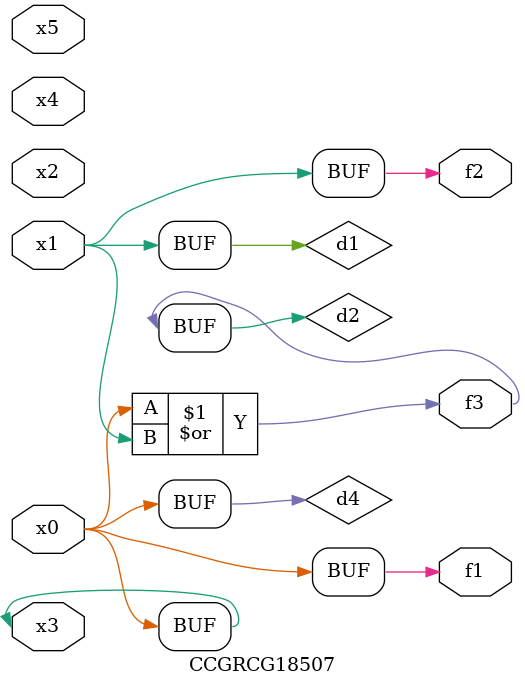
<source format=v>
module CCGRCG18507(
	input x0, x1, x2, x3, x4, x5,
	output f1, f2, f3
);

	wire d1, d2, d3, d4;

	and (d1, x1);
	or (d2, x0, x1);
	nand (d3, x0, x5);
	buf (d4, x0, x3);
	assign f1 = d4;
	assign f2 = d1;
	assign f3 = d2;
endmodule

</source>
